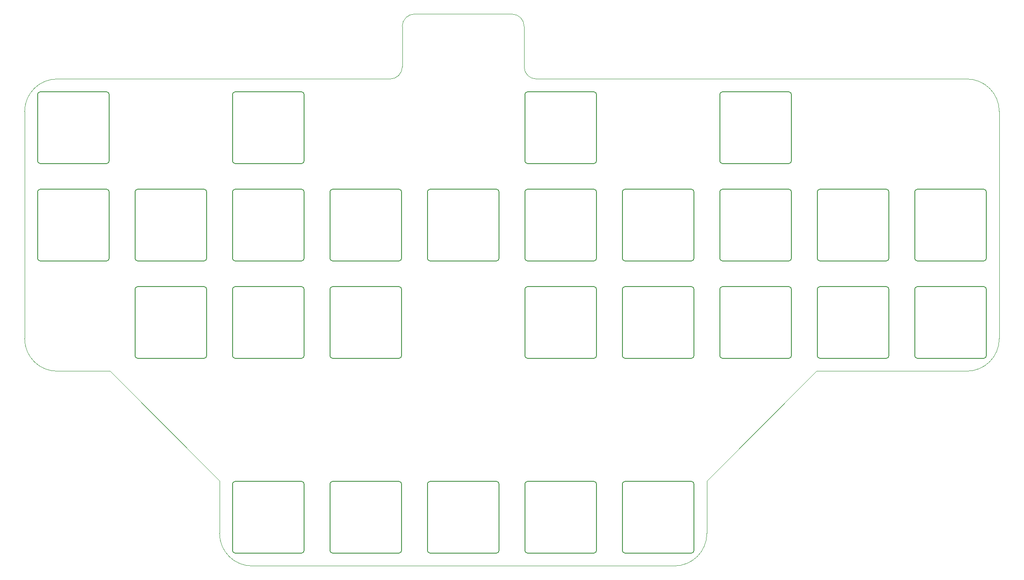
<source format=gm1>
%TF.GenerationSoftware,KiCad,Pcbnew,(6.0.9)*%
%TF.CreationDate,2023-02-22T02:08:21+05:30*%
%TF.ProjectId,Peridot Steno,50657269-646f-4742-9053-74656e6f2e6b,rev?*%
%TF.SameCoordinates,Original*%
%TF.FileFunction,Profile,NP*%
%FSLAX46Y46*%
G04 Gerber Fmt 4.6, Leading zero omitted, Abs format (unit mm)*
G04 Created by KiCad (PCBNEW (6.0.9)) date 2023-02-22 02:08:21*
%MOMM*%
%LPD*%
G01*
G04 APERTURE LIST*
%TA.AperFunction,Profile*%
%ADD10C,0.150000*%
%TD*%
%TA.AperFunction,Profile*%
%ADD11C,0.100000*%
%TD*%
G04 APERTURE END LIST*
D10*
X193025000Y-60175000D02*
X193025000Y-73175000D01*
X193525000Y-59675000D02*
X206525000Y-59675000D01*
X225575000Y-92725000D02*
G75*
G03*
X226075000Y-92225000I0J500000D01*
G01*
D11*
X73818750Y-95250000D02*
X63500000Y-95250000D01*
D10*
X111275000Y-130825000D02*
G75*
G03*
X111775000Y-130325000I0J500000D01*
G01*
X193025000Y-92225000D02*
G75*
G03*
X193525000Y-92725000I500000J0D01*
G01*
X193525000Y-92725000D02*
X206525000Y-92725000D01*
X116825000Y-130325000D02*
G75*
G03*
X117325000Y-130825000I500000J0D01*
G01*
D11*
X95250000Y-127000000D02*
G75*
G03*
X101600000Y-133350000I6350000J0D01*
G01*
D10*
X173975000Y-79225000D02*
X173975000Y-92225000D01*
X193525000Y-78725000D02*
X206525000Y-78725000D01*
X193525000Y-59675000D02*
G75*
G03*
X193025000Y-60175000I0J-500000D01*
G01*
X111275000Y-54625000D02*
G75*
G03*
X111775000Y-54125000I0J500000D01*
G01*
D11*
X241300000Y-95250000D02*
X211931250Y-95250000D01*
D10*
X117325000Y-59675000D02*
X130325000Y-59675000D01*
X60175000Y-73675000D02*
X73175000Y-73675000D01*
X231625000Y-92725000D02*
X244625000Y-92725000D01*
X187975000Y-79225000D02*
X187975000Y-92225000D01*
D11*
X241300000Y-95250000D02*
G75*
G03*
X247650000Y-88900000I0J6350000D01*
G01*
X130968750Y-27781250D02*
X130968750Y-35718750D01*
D10*
X173975000Y-117325000D02*
X173975000Y-130325000D01*
X97775000Y-73175000D02*
G75*
G03*
X98275000Y-73675000I500000J0D01*
G01*
X187975000Y-60175000D02*
G75*
G03*
X187475000Y-59675000I-500000J0D01*
G01*
X231125000Y-60175000D02*
X231125000Y-73175000D01*
X187475000Y-73675000D02*
G75*
G03*
X187975000Y-73175000I0J500000D01*
G01*
X212575000Y-78725000D02*
G75*
G03*
X212075000Y-79225000I0J-500000D01*
G01*
X116825000Y-79225000D02*
X116825000Y-92225000D01*
D11*
X128587500Y-38099950D02*
G75*
G03*
X130968750Y-35718750I0J2381250D01*
G01*
D10*
X111775000Y-79225000D02*
G75*
G03*
X111275000Y-78725000I-500000J0D01*
G01*
X206525000Y-73675000D02*
G75*
G03*
X207025000Y-73175000I0J500000D01*
G01*
X225575000Y-73675000D02*
G75*
G03*
X226075000Y-73175000I0J500000D01*
G01*
X212075000Y-79225000D02*
X212075000Y-92225000D01*
X149375000Y-130825000D02*
G75*
G03*
X149875000Y-130325000I0J500000D01*
G01*
D11*
X95250000Y-116681250D02*
X73818750Y-95250000D01*
D10*
X60175000Y-40625000D02*
G75*
G03*
X59675000Y-41125000I0J-500000D01*
G01*
D11*
X211931250Y-95250000D02*
X190500000Y-116681250D01*
X154781250Y-27781250D02*
X154781250Y-35718750D01*
D10*
X212575000Y-78725000D02*
X225575000Y-78725000D01*
X226075000Y-60175000D02*
X226075000Y-73175000D01*
X92725000Y-60175000D02*
X92725000Y-73175000D01*
X193025000Y-41125000D02*
X193025000Y-54125000D01*
X79225000Y-92725000D02*
X92225000Y-92725000D01*
X226075000Y-60175000D02*
G75*
G03*
X225575000Y-59675000I-500000J0D01*
G01*
X92725000Y-79225000D02*
G75*
G03*
X92225000Y-78725000I-500000J0D01*
G01*
X130825000Y-60175000D02*
X130825000Y-73175000D01*
X155425000Y-92725000D02*
X168425000Y-92725000D01*
X98275000Y-73675000D02*
X111275000Y-73675000D01*
X187975000Y-117325000D02*
X187975000Y-130325000D01*
D11*
X128587500Y-38100000D02*
X63500000Y-38100000D01*
D10*
X130825000Y-79225000D02*
G75*
G03*
X130325000Y-78725000I-500000J0D01*
G01*
X206525000Y-92725000D02*
G75*
G03*
X207025000Y-92225000I0J500000D01*
G01*
X97775000Y-130325000D02*
G75*
G03*
X98275000Y-130825000I500000J0D01*
G01*
X149375000Y-73675000D02*
G75*
G03*
X149875000Y-73175000I0J500000D01*
G01*
X212575000Y-59675000D02*
G75*
G03*
X212075000Y-60175000I0J-500000D01*
G01*
X116825000Y-73175000D02*
G75*
G03*
X117325000Y-73675000I500000J0D01*
G01*
X231125000Y-79225000D02*
X231125000Y-92225000D01*
X193025000Y-79225000D02*
X193025000Y-92225000D01*
X207025000Y-41125000D02*
X207025000Y-54125000D01*
X60175000Y-40625000D02*
X73175000Y-40625000D01*
X130325000Y-92725000D02*
G75*
G03*
X130825000Y-92225000I0J500000D01*
G01*
X168925000Y-41125000D02*
X168925000Y-54125000D01*
X111275000Y-92725000D02*
G75*
G03*
X111775000Y-92225000I0J500000D01*
G01*
D11*
X154781200Y-35718750D02*
G75*
G03*
X157162500Y-38100000I2381300J50D01*
G01*
D10*
X155425000Y-40625000D02*
G75*
G03*
X154925000Y-41125000I0J-500000D01*
G01*
X168925000Y-41125000D02*
G75*
G03*
X168425000Y-40625000I-500000J0D01*
G01*
X73175000Y-54625000D02*
G75*
G03*
X73675000Y-54125000I0J500000D01*
G01*
X207025000Y-60175000D02*
G75*
G03*
X206525000Y-59675000I-500000J0D01*
G01*
X174475000Y-92725000D02*
X187475000Y-92725000D01*
X117325000Y-116825000D02*
G75*
G03*
X116825000Y-117325000I0J-500000D01*
G01*
X226075000Y-79225000D02*
X226075000Y-92225000D01*
X59675000Y-60175000D02*
X59675000Y-73175000D01*
X98275000Y-40625000D02*
X111275000Y-40625000D01*
X116825000Y-60175000D02*
X116825000Y-73175000D01*
X245125000Y-79225000D02*
X245125000Y-92225000D01*
X111775000Y-117325000D02*
X111775000Y-130325000D01*
X187975000Y-60175000D02*
X187975000Y-73175000D01*
X231625000Y-78725000D02*
G75*
G03*
X231125000Y-79225000I0J-500000D01*
G01*
X155425000Y-78725000D02*
G75*
G03*
X154925000Y-79225000I0J-500000D01*
G01*
X154925000Y-92225000D02*
G75*
G03*
X155425000Y-92725000I500000J0D01*
G01*
X116825000Y-117325000D02*
X116825000Y-130325000D01*
X78725000Y-60175000D02*
X78725000Y-73175000D01*
X98275000Y-116825000D02*
G75*
G03*
X97775000Y-117325000I0J-500000D01*
G01*
X136375000Y-116825000D02*
X149375000Y-116825000D01*
X193525000Y-73675000D02*
X206525000Y-73675000D01*
X155425000Y-116825000D02*
X168425000Y-116825000D01*
X155425000Y-59675000D02*
X168425000Y-59675000D01*
X136375000Y-59675000D02*
X149375000Y-59675000D01*
D11*
X133350000Y-25400000D02*
X152400000Y-25400000D01*
D10*
X187975000Y-117325000D02*
G75*
G03*
X187475000Y-116825000I-500000J0D01*
G01*
X231125000Y-92225000D02*
G75*
G03*
X231625000Y-92725000I500000J0D01*
G01*
X207025000Y-41125000D02*
G75*
G03*
X206525000Y-40625000I-500000J0D01*
G01*
X135875000Y-60175000D02*
X135875000Y-73175000D01*
X92725000Y-79225000D02*
X92725000Y-92225000D01*
X79225000Y-78725000D02*
X92225000Y-78725000D01*
X193525000Y-40625000D02*
X206525000Y-40625000D01*
X154925000Y-117325000D02*
X154925000Y-130325000D01*
X60175000Y-54625000D02*
X73175000Y-54625000D01*
X187975000Y-79225000D02*
G75*
G03*
X187475000Y-78725000I-500000J0D01*
G01*
X206525000Y-54625000D02*
G75*
G03*
X207025000Y-54125000I0J500000D01*
G01*
X193525000Y-54625000D02*
X206525000Y-54625000D01*
X174475000Y-130825000D02*
X187475000Y-130825000D01*
X130825000Y-79225000D02*
X130825000Y-92225000D01*
X207025000Y-79225000D02*
G75*
G03*
X206525000Y-78725000I-500000J0D01*
G01*
X187475000Y-92725000D02*
G75*
G03*
X187975000Y-92225000I0J500000D01*
G01*
X136375000Y-73675000D02*
X149375000Y-73675000D01*
X173975000Y-130325000D02*
G75*
G03*
X174475000Y-130825000I500000J0D01*
G01*
X111775000Y-41125000D02*
G75*
G03*
X111275000Y-40625000I-500000J0D01*
G01*
X212575000Y-59675000D02*
X225575000Y-59675000D01*
X97775000Y-117325000D02*
X97775000Y-130325000D01*
X174475000Y-116825000D02*
G75*
G03*
X173975000Y-117325000I0J-500000D01*
G01*
X73175000Y-73675000D02*
G75*
G03*
X73675000Y-73175000I0J500000D01*
G01*
X149875000Y-117325000D02*
G75*
G03*
X149375000Y-116825000I-500000J0D01*
G01*
X60175000Y-59675000D02*
X73175000Y-59675000D01*
X212575000Y-73675000D02*
X225575000Y-73675000D01*
X78725000Y-92225000D02*
G75*
G03*
X79225000Y-92725000I500000J0D01*
G01*
X117325000Y-92725000D02*
X130325000Y-92725000D01*
X111775000Y-60175000D02*
X111775000Y-73175000D01*
X136375000Y-130825000D02*
X149375000Y-130825000D01*
X173975000Y-60175000D02*
X173975000Y-73175000D01*
X154925000Y-130325000D02*
G75*
G03*
X155425000Y-130825000I500000J0D01*
G01*
X97775000Y-92225000D02*
G75*
G03*
X98275000Y-92725000I500000J0D01*
G01*
X168925000Y-60175000D02*
X168925000Y-73175000D01*
D11*
X57150000Y-88900000D02*
G75*
G03*
X63500000Y-95250000I6350000J0D01*
G01*
X247650000Y-44450000D02*
X247650000Y-88900000D01*
D10*
X168925000Y-60175000D02*
G75*
G03*
X168425000Y-59675000I-500000J0D01*
G01*
X78725000Y-73175000D02*
G75*
G03*
X79225000Y-73675000I500000J0D01*
G01*
D11*
X133350000Y-25399950D02*
G75*
G03*
X130968750Y-27781250I100J-2381350D01*
G01*
D10*
X130825000Y-117325000D02*
X130825000Y-130325000D01*
X79225000Y-78725000D02*
G75*
G03*
X78725000Y-79225000I0J-500000D01*
G01*
D11*
X57150000Y-88900000D02*
X57150000Y-44450000D01*
D10*
X79225000Y-59675000D02*
X92225000Y-59675000D01*
X168925000Y-79225000D02*
X168925000Y-92225000D01*
X168925000Y-117325000D02*
G75*
G03*
X168425000Y-116825000I-500000J0D01*
G01*
X231625000Y-59675000D02*
G75*
G03*
X231125000Y-60175000I0J-500000D01*
G01*
X193025000Y-54125000D02*
G75*
G03*
X193525000Y-54625000I500000J0D01*
G01*
X116825000Y-92225000D02*
G75*
G03*
X117325000Y-92725000I500000J0D01*
G01*
X111775000Y-79225000D02*
X111775000Y-92225000D01*
X117325000Y-78725000D02*
X130325000Y-78725000D01*
X155425000Y-40625000D02*
X168425000Y-40625000D01*
X168925000Y-117325000D02*
X168925000Y-130325000D01*
X98275000Y-59675000D02*
G75*
G03*
X97775000Y-60175000I0J-500000D01*
G01*
X154925000Y-54125000D02*
G75*
G03*
X155425000Y-54625000I500000J0D01*
G01*
X155425000Y-78725000D02*
X168425000Y-78725000D01*
D11*
X247650000Y-44450000D02*
G75*
G03*
X241300000Y-38100000I-6350000J0D01*
G01*
D10*
X231625000Y-59675000D02*
X244625000Y-59675000D01*
X98275000Y-40625000D02*
G75*
G03*
X97775000Y-41125000I0J-500000D01*
G01*
X174475000Y-116825000D02*
X187475000Y-116825000D01*
D11*
X157162500Y-38100000D02*
X241300000Y-38100000D01*
D10*
X245125000Y-60175000D02*
X245125000Y-73175000D01*
X98275000Y-130825000D02*
X111275000Y-130825000D01*
X130325000Y-73675000D02*
G75*
G03*
X130825000Y-73175000I0J500000D01*
G01*
X193025000Y-73175000D02*
G75*
G03*
X193525000Y-73675000I500000J0D01*
G01*
X193525000Y-78725000D02*
G75*
G03*
X193025000Y-79225000I0J-500000D01*
G01*
X117325000Y-73675000D02*
X130325000Y-73675000D01*
X117325000Y-59675000D02*
G75*
G03*
X116825000Y-60175000I0J-500000D01*
G01*
X155425000Y-73675000D02*
X168425000Y-73675000D01*
X173975000Y-73175000D02*
G75*
G03*
X174475000Y-73675000I500000J0D01*
G01*
X244625000Y-73675000D02*
G75*
G03*
X245125000Y-73175000I0J500000D01*
G01*
X212075000Y-60175000D02*
X212075000Y-73175000D01*
X135875000Y-130325000D02*
G75*
G03*
X136375000Y-130825000I500000J0D01*
G01*
X59675000Y-41125000D02*
X59675000Y-54125000D01*
X149875000Y-117325000D02*
X149875000Y-130325000D01*
X135875000Y-73175000D02*
G75*
G03*
X136375000Y-73675000I500000J0D01*
G01*
D11*
X95250000Y-116681250D02*
X95250000Y-127000000D01*
X154781200Y-27781250D02*
G75*
G03*
X152400000Y-25400000I-2381200J50D01*
G01*
X190500000Y-127000000D02*
X190500000Y-116681250D01*
D10*
X111275000Y-73675000D02*
G75*
G03*
X111775000Y-73175000I0J500000D01*
G01*
X231625000Y-73675000D02*
X244625000Y-73675000D01*
X174475000Y-78725000D02*
X187475000Y-78725000D01*
X73675000Y-60175000D02*
G75*
G03*
X73175000Y-59675000I-500000J0D01*
G01*
X78725000Y-79225000D02*
X78725000Y-92225000D01*
X98275000Y-116825000D02*
X111275000Y-116825000D01*
X130825000Y-60175000D02*
G75*
G03*
X130325000Y-59675000I-500000J0D01*
G01*
X231625000Y-78725000D02*
X244625000Y-78725000D01*
X98275000Y-78725000D02*
X111275000Y-78725000D01*
X168425000Y-130825000D02*
G75*
G03*
X168925000Y-130325000I0J500000D01*
G01*
X149875000Y-60175000D02*
G75*
G03*
X149375000Y-59675000I-500000J0D01*
G01*
X212575000Y-92725000D02*
X225575000Y-92725000D01*
X98275000Y-54625000D02*
X111275000Y-54625000D01*
X97775000Y-41125000D02*
X97775000Y-54125000D01*
X173975000Y-92225000D02*
G75*
G03*
X174475000Y-92725000I500000J0D01*
G01*
X79225000Y-59675000D02*
G75*
G03*
X78725000Y-60175000I0J-500000D01*
G01*
X245125000Y-60175000D02*
G75*
G03*
X244625000Y-59675000I-500000J0D01*
G01*
X111775000Y-60175000D02*
G75*
G03*
X111275000Y-59675000I-500000J0D01*
G01*
X117325000Y-130825000D02*
X130325000Y-130825000D01*
X60175000Y-59675000D02*
G75*
G03*
X59675000Y-60175000I0J-500000D01*
G01*
X149875000Y-60175000D02*
X149875000Y-73175000D01*
X244625000Y-92725000D02*
G75*
G03*
X245125000Y-92225000I0J500000D01*
G01*
X73675000Y-41125000D02*
G75*
G03*
X73175000Y-40625000I-500000J0D01*
G01*
X73675000Y-41125000D02*
X73675000Y-54125000D01*
X117325000Y-116825000D02*
X130325000Y-116825000D01*
X212075000Y-73175000D02*
G75*
G03*
X212575000Y-73675000I500000J0D01*
G01*
X174475000Y-73675000D02*
X187475000Y-73675000D01*
X168925000Y-79225000D02*
G75*
G03*
X168425000Y-78725000I-500000J0D01*
G01*
X79225000Y-73675000D02*
X92225000Y-73675000D01*
X135875000Y-117325000D02*
X135875000Y-130325000D01*
X174475000Y-59675000D02*
G75*
G03*
X173975000Y-60175000I0J-500000D01*
G01*
X187475000Y-130825000D02*
G75*
G03*
X187975000Y-130325000I0J500000D01*
G01*
X92725000Y-60175000D02*
G75*
G03*
X92225000Y-59675000I-500000J0D01*
G01*
D11*
X184150000Y-133350000D02*
G75*
G03*
X190500000Y-127000000I0J6350000D01*
G01*
D10*
X174475000Y-59675000D02*
X187475000Y-59675000D01*
X136375000Y-116825000D02*
G75*
G03*
X135875000Y-117325000I0J-500000D01*
G01*
X231125000Y-73175000D02*
G75*
G03*
X231625000Y-73675000I500000J0D01*
G01*
X154925000Y-79225000D02*
X154925000Y-92225000D01*
X155425000Y-116825000D02*
G75*
G03*
X154925000Y-117325000I0J-500000D01*
G01*
X130825000Y-117325000D02*
G75*
G03*
X130325000Y-116825000I-500000J0D01*
G01*
D11*
X101600000Y-133350000D02*
X184150000Y-133350000D01*
D10*
X245125000Y-79225000D02*
G75*
G03*
X244625000Y-78725000I-500000J0D01*
G01*
X111775000Y-117325000D02*
G75*
G03*
X111275000Y-116825000I-500000J0D01*
G01*
X155425000Y-54625000D02*
X168425000Y-54625000D01*
X136375000Y-59675000D02*
G75*
G03*
X135875000Y-60175000I0J-500000D01*
G01*
X207025000Y-79225000D02*
X207025000Y-92225000D01*
X73675000Y-60175000D02*
X73675000Y-73175000D01*
X59675000Y-54125000D02*
G75*
G03*
X60175000Y-54625000I500000J0D01*
G01*
X59675000Y-73175000D02*
G75*
G03*
X60175000Y-73675000I500000J0D01*
G01*
X168425000Y-54625000D02*
G75*
G03*
X168925000Y-54125000I0J500000D01*
G01*
X97775000Y-79225000D02*
X97775000Y-92225000D01*
X168425000Y-73675000D02*
G75*
G03*
X168925000Y-73175000I0J500000D01*
G01*
X174475000Y-78725000D02*
G75*
G03*
X173975000Y-79225000I0J-500000D01*
G01*
X117325000Y-78725000D02*
G75*
G03*
X116825000Y-79225000I0J-500000D01*
G01*
X212075000Y-92225000D02*
G75*
G03*
X212575000Y-92725000I500000J0D01*
G01*
X154925000Y-73175000D02*
G75*
G03*
X155425000Y-73675000I500000J0D01*
G01*
X155425000Y-130825000D02*
X168425000Y-130825000D01*
X97775000Y-60175000D02*
X97775000Y-73175000D01*
X168425000Y-92725000D02*
G75*
G03*
X168925000Y-92225000I0J500000D01*
G01*
X92225000Y-73675000D02*
G75*
G03*
X92725000Y-73175000I0J500000D01*
G01*
X98275000Y-78725000D02*
G75*
G03*
X97775000Y-79225000I0J-500000D01*
G01*
X92225000Y-92725000D02*
G75*
G03*
X92725000Y-92225000I0J500000D01*
G01*
X154925000Y-41125000D02*
X154925000Y-54125000D01*
X155425000Y-59675000D02*
G75*
G03*
X154925000Y-60175000I0J-500000D01*
G01*
X130325000Y-130825000D02*
G75*
G03*
X130825000Y-130325000I0J500000D01*
G01*
D11*
X63500000Y-38100000D02*
G75*
G03*
X57150000Y-44450000I0J-6350000D01*
G01*
D10*
X111775000Y-41125000D02*
X111775000Y-54125000D01*
X98275000Y-92725000D02*
X111275000Y-92725000D01*
X226075000Y-79225000D02*
G75*
G03*
X225575000Y-78725000I-500000J0D01*
G01*
X193525000Y-40625000D02*
G75*
G03*
X193025000Y-41125000I0J-500000D01*
G01*
X98275000Y-59675000D02*
X111275000Y-59675000D01*
X207025000Y-60175000D02*
X207025000Y-73175000D01*
X154925000Y-60175000D02*
X154925000Y-73175000D01*
X97775000Y-54125000D02*
G75*
G03*
X98275000Y-54625000I500000J0D01*
G01*
M02*

</source>
